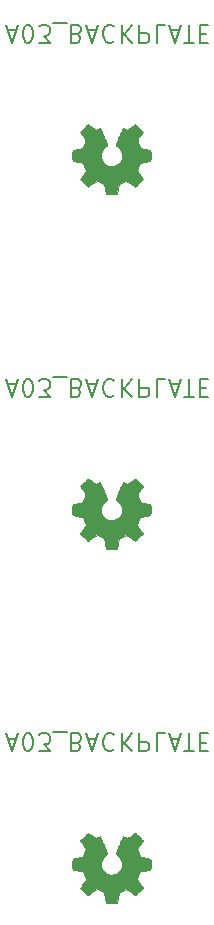
<source format=gbr>
G04 #@! TF.GenerationSoftware,KiCad,Pcbnew,5.1.5-52549c5~86~ubuntu18.04.1*
G04 #@! TF.CreationDate,2020-08-28T13:52:30-05:00*
G04 #@! TF.ProjectId,,58585858-5858-4585-9858-585858585858,rev?*
G04 #@! TF.SameCoordinates,Original*
G04 #@! TF.FileFunction,Legend,Bot*
G04 #@! TF.FilePolarity,Positive*
%FSLAX46Y46*%
G04 Gerber Fmt 4.6, Leading zero omitted, Abs format (unit mm)*
G04 Created by KiCad (PCBNEW 5.1.5-52549c5~86~ubuntu18.04.1) date 2020-08-28 13:52:30*
%MOMM*%
%LPD*%
G04 APERTURE LIST*
%ADD10C,0.150000*%
%ADD11C,0.010000*%
G04 APERTURE END LIST*
D10*
X106714400Y-125967800D02*
X107428685Y-125967800D01*
X106571542Y-125539228D02*
X107071542Y-127039228D01*
X107571542Y-125539228D01*
X108357257Y-127039228D02*
X108500114Y-127039228D01*
X108642971Y-126967800D01*
X108714400Y-126896371D01*
X108785828Y-126753514D01*
X108857257Y-126467800D01*
X108857257Y-126110657D01*
X108785828Y-125824942D01*
X108714400Y-125682085D01*
X108642971Y-125610657D01*
X108500114Y-125539228D01*
X108357257Y-125539228D01*
X108214400Y-125610657D01*
X108142971Y-125682085D01*
X108071542Y-125824942D01*
X108000114Y-126110657D01*
X108000114Y-126467800D01*
X108071542Y-126753514D01*
X108142971Y-126896371D01*
X108214400Y-126967800D01*
X108357257Y-127039228D01*
X109357257Y-127039228D02*
X110285828Y-127039228D01*
X109785828Y-126467800D01*
X110000114Y-126467800D01*
X110142971Y-126396371D01*
X110214400Y-126324942D01*
X110285828Y-126182085D01*
X110285828Y-125824942D01*
X110214400Y-125682085D01*
X110142971Y-125610657D01*
X110000114Y-125539228D01*
X109571542Y-125539228D01*
X109428685Y-125610657D01*
X109357257Y-125682085D01*
X110571542Y-125396371D02*
X111714400Y-125396371D01*
X112571542Y-126324942D02*
X112785828Y-126253514D01*
X112857257Y-126182085D01*
X112928685Y-126039228D01*
X112928685Y-125824942D01*
X112857257Y-125682085D01*
X112785828Y-125610657D01*
X112642971Y-125539228D01*
X112071542Y-125539228D01*
X112071542Y-127039228D01*
X112571542Y-127039228D01*
X112714400Y-126967800D01*
X112785828Y-126896371D01*
X112857257Y-126753514D01*
X112857257Y-126610657D01*
X112785828Y-126467800D01*
X112714400Y-126396371D01*
X112571542Y-126324942D01*
X112071542Y-126324942D01*
X113500114Y-125967800D02*
X114214400Y-125967800D01*
X113357257Y-125539228D02*
X113857257Y-127039228D01*
X114357257Y-125539228D01*
X115714400Y-125682085D02*
X115642971Y-125610657D01*
X115428685Y-125539228D01*
X115285828Y-125539228D01*
X115071542Y-125610657D01*
X114928685Y-125753514D01*
X114857257Y-125896371D01*
X114785828Y-126182085D01*
X114785828Y-126396371D01*
X114857257Y-126682085D01*
X114928685Y-126824942D01*
X115071542Y-126967800D01*
X115285828Y-127039228D01*
X115428685Y-127039228D01*
X115642971Y-126967800D01*
X115714400Y-126896371D01*
X116357257Y-125539228D02*
X116357257Y-127039228D01*
X117214400Y-125539228D02*
X116571542Y-126396371D01*
X117214400Y-127039228D02*
X116357257Y-126182085D01*
X117857257Y-125539228D02*
X117857257Y-127039228D01*
X118428685Y-127039228D01*
X118571542Y-126967800D01*
X118642971Y-126896371D01*
X118714400Y-126753514D01*
X118714400Y-126539228D01*
X118642971Y-126396371D01*
X118571542Y-126324942D01*
X118428685Y-126253514D01*
X117857257Y-126253514D01*
X120071542Y-125539228D02*
X119357257Y-125539228D01*
X119357257Y-127039228D01*
X120500114Y-125967800D02*
X121214400Y-125967800D01*
X120357257Y-125539228D02*
X120857257Y-127039228D01*
X121357257Y-125539228D01*
X121642971Y-127039228D02*
X122500114Y-127039228D01*
X122071542Y-125539228D02*
X122071542Y-127039228D01*
X123000114Y-126324942D02*
X123500114Y-126324942D01*
X123714400Y-125539228D02*
X123000114Y-125539228D01*
X123000114Y-127039228D01*
X123714400Y-127039228D01*
X106714400Y-95967800D02*
X107428685Y-95967800D01*
X106571542Y-95539228D02*
X107071542Y-97039228D01*
X107571542Y-95539228D01*
X108357257Y-97039228D02*
X108500114Y-97039228D01*
X108642971Y-96967800D01*
X108714400Y-96896371D01*
X108785828Y-96753514D01*
X108857257Y-96467800D01*
X108857257Y-96110657D01*
X108785828Y-95824942D01*
X108714400Y-95682085D01*
X108642971Y-95610657D01*
X108500114Y-95539228D01*
X108357257Y-95539228D01*
X108214400Y-95610657D01*
X108142971Y-95682085D01*
X108071542Y-95824942D01*
X108000114Y-96110657D01*
X108000114Y-96467800D01*
X108071542Y-96753514D01*
X108142971Y-96896371D01*
X108214400Y-96967800D01*
X108357257Y-97039228D01*
X109357257Y-97039228D02*
X110285828Y-97039228D01*
X109785828Y-96467800D01*
X110000114Y-96467800D01*
X110142971Y-96396371D01*
X110214400Y-96324942D01*
X110285828Y-96182085D01*
X110285828Y-95824942D01*
X110214400Y-95682085D01*
X110142971Y-95610657D01*
X110000114Y-95539228D01*
X109571542Y-95539228D01*
X109428685Y-95610657D01*
X109357257Y-95682085D01*
X110571542Y-95396371D02*
X111714400Y-95396371D01*
X112571542Y-96324942D02*
X112785828Y-96253514D01*
X112857257Y-96182085D01*
X112928685Y-96039228D01*
X112928685Y-95824942D01*
X112857257Y-95682085D01*
X112785828Y-95610657D01*
X112642971Y-95539228D01*
X112071542Y-95539228D01*
X112071542Y-97039228D01*
X112571542Y-97039228D01*
X112714400Y-96967800D01*
X112785828Y-96896371D01*
X112857257Y-96753514D01*
X112857257Y-96610657D01*
X112785828Y-96467800D01*
X112714400Y-96396371D01*
X112571542Y-96324942D01*
X112071542Y-96324942D01*
X113500114Y-95967800D02*
X114214400Y-95967800D01*
X113357257Y-95539228D02*
X113857257Y-97039228D01*
X114357257Y-95539228D01*
X115714400Y-95682085D02*
X115642971Y-95610657D01*
X115428685Y-95539228D01*
X115285828Y-95539228D01*
X115071542Y-95610657D01*
X114928685Y-95753514D01*
X114857257Y-95896371D01*
X114785828Y-96182085D01*
X114785828Y-96396371D01*
X114857257Y-96682085D01*
X114928685Y-96824942D01*
X115071542Y-96967800D01*
X115285828Y-97039228D01*
X115428685Y-97039228D01*
X115642971Y-96967800D01*
X115714400Y-96896371D01*
X116357257Y-95539228D02*
X116357257Y-97039228D01*
X117214400Y-95539228D02*
X116571542Y-96396371D01*
X117214400Y-97039228D02*
X116357257Y-96182085D01*
X117857257Y-95539228D02*
X117857257Y-97039228D01*
X118428685Y-97039228D01*
X118571542Y-96967800D01*
X118642971Y-96896371D01*
X118714400Y-96753514D01*
X118714400Y-96539228D01*
X118642971Y-96396371D01*
X118571542Y-96324942D01*
X118428685Y-96253514D01*
X117857257Y-96253514D01*
X120071542Y-95539228D02*
X119357257Y-95539228D01*
X119357257Y-97039228D01*
X120500114Y-95967800D02*
X121214400Y-95967800D01*
X120357257Y-95539228D02*
X120857257Y-97039228D01*
X121357257Y-95539228D01*
X121642971Y-97039228D02*
X122500114Y-97039228D01*
X122071542Y-95539228D02*
X122071542Y-97039228D01*
X123000114Y-96324942D02*
X123500114Y-96324942D01*
X123714400Y-95539228D02*
X123000114Y-95539228D01*
X123000114Y-97039228D01*
X123714400Y-97039228D01*
X106714400Y-65967800D02*
X107428685Y-65967800D01*
X106571542Y-65539228D02*
X107071542Y-67039228D01*
X107571542Y-65539228D01*
X108357257Y-67039228D02*
X108500114Y-67039228D01*
X108642971Y-66967800D01*
X108714400Y-66896371D01*
X108785828Y-66753514D01*
X108857257Y-66467800D01*
X108857257Y-66110657D01*
X108785828Y-65824942D01*
X108714400Y-65682085D01*
X108642971Y-65610657D01*
X108500114Y-65539228D01*
X108357257Y-65539228D01*
X108214400Y-65610657D01*
X108142971Y-65682085D01*
X108071542Y-65824942D01*
X108000114Y-66110657D01*
X108000114Y-66467800D01*
X108071542Y-66753514D01*
X108142971Y-66896371D01*
X108214400Y-66967800D01*
X108357257Y-67039228D01*
X109357257Y-67039228D02*
X110285828Y-67039228D01*
X109785828Y-66467800D01*
X110000114Y-66467800D01*
X110142971Y-66396371D01*
X110214400Y-66324942D01*
X110285828Y-66182085D01*
X110285828Y-65824942D01*
X110214400Y-65682085D01*
X110142971Y-65610657D01*
X110000114Y-65539228D01*
X109571542Y-65539228D01*
X109428685Y-65610657D01*
X109357257Y-65682085D01*
X110571542Y-65396371D02*
X111714400Y-65396371D01*
X112571542Y-66324942D02*
X112785828Y-66253514D01*
X112857257Y-66182085D01*
X112928685Y-66039228D01*
X112928685Y-65824942D01*
X112857257Y-65682085D01*
X112785828Y-65610657D01*
X112642971Y-65539228D01*
X112071542Y-65539228D01*
X112071542Y-67039228D01*
X112571542Y-67039228D01*
X112714400Y-66967800D01*
X112785828Y-66896371D01*
X112857257Y-66753514D01*
X112857257Y-66610657D01*
X112785828Y-66467800D01*
X112714400Y-66396371D01*
X112571542Y-66324942D01*
X112071542Y-66324942D01*
X113500114Y-65967800D02*
X114214400Y-65967800D01*
X113357257Y-65539228D02*
X113857257Y-67039228D01*
X114357257Y-65539228D01*
X115714400Y-65682085D02*
X115642971Y-65610657D01*
X115428685Y-65539228D01*
X115285828Y-65539228D01*
X115071542Y-65610657D01*
X114928685Y-65753514D01*
X114857257Y-65896371D01*
X114785828Y-66182085D01*
X114785828Y-66396371D01*
X114857257Y-66682085D01*
X114928685Y-66824942D01*
X115071542Y-66967800D01*
X115285828Y-67039228D01*
X115428685Y-67039228D01*
X115642971Y-66967800D01*
X115714400Y-66896371D01*
X116357257Y-65539228D02*
X116357257Y-67039228D01*
X117214400Y-65539228D02*
X116571542Y-66396371D01*
X117214400Y-67039228D02*
X116357257Y-66182085D01*
X117857257Y-65539228D02*
X117857257Y-67039228D01*
X118428685Y-67039228D01*
X118571542Y-66967800D01*
X118642971Y-66896371D01*
X118714400Y-66753514D01*
X118714400Y-66539228D01*
X118642971Y-66396371D01*
X118571542Y-66324942D01*
X118428685Y-66253514D01*
X117857257Y-66253514D01*
X120071542Y-65539228D02*
X119357257Y-65539228D01*
X119357257Y-67039228D01*
X120500114Y-65967800D02*
X121214400Y-65967800D01*
X120357257Y-65539228D02*
X120857257Y-67039228D01*
X121357257Y-65539228D01*
X121642971Y-67039228D02*
X122500114Y-67039228D01*
X122071542Y-65539228D02*
X122071542Y-67039228D01*
X123000114Y-66324942D02*
X123500114Y-66324942D01*
X123714400Y-65539228D02*
X123000114Y-65539228D01*
X123000114Y-67039228D01*
X123714400Y-67039228D01*
D11*
G36*
X116049614Y-139442269D02*
G01*
X116133435Y-138997645D01*
X116442720Y-138870147D01*
X116752006Y-138742649D01*
X117123046Y-138994954D01*
X117226957Y-139065204D01*
X117320887Y-139127928D01*
X117400452Y-139180262D01*
X117461270Y-139219343D01*
X117498957Y-139242307D01*
X117509221Y-139247258D01*
X117527710Y-139234524D01*
X117567220Y-139199318D01*
X117623322Y-139146138D01*
X117691587Y-139079482D01*
X117767586Y-139003846D01*
X117846892Y-138923728D01*
X117925075Y-138843626D01*
X117997707Y-138768036D01*
X118060359Y-138701455D01*
X118108603Y-138648382D01*
X118138010Y-138613313D01*
X118145041Y-138601577D01*
X118134923Y-138579940D01*
X118106559Y-138532538D01*
X118062929Y-138464007D01*
X118007018Y-138378985D01*
X117941806Y-138282107D01*
X117904019Y-138226850D01*
X117835143Y-138125952D01*
X117773940Y-138034901D01*
X117723378Y-137958230D01*
X117686428Y-137900472D01*
X117666058Y-137866157D01*
X117662997Y-137858946D01*
X117669936Y-137838452D01*
X117688851Y-137790687D01*
X117716887Y-137722368D01*
X117751191Y-137640211D01*
X117788909Y-137550930D01*
X117827187Y-137461242D01*
X117863170Y-137377862D01*
X117894006Y-137307506D01*
X117916839Y-137256890D01*
X117928817Y-137232729D01*
X117929524Y-137231778D01*
X117948331Y-137227164D01*
X117998418Y-137216872D01*
X118074593Y-137201913D01*
X118171665Y-137183299D01*
X118284443Y-137162041D01*
X118350242Y-137149782D01*
X118470750Y-137126838D01*
X118579597Y-137105005D01*
X118671276Y-137085478D01*
X118740281Y-137069452D01*
X118781104Y-137058121D01*
X118789311Y-137054526D01*
X118797348Y-137030194D01*
X118803833Y-136975241D01*
X118808770Y-136896092D01*
X118812164Y-136799174D01*
X118814018Y-136690913D01*
X118814338Y-136577735D01*
X118813127Y-136466065D01*
X118810390Y-136362332D01*
X118806131Y-136272959D01*
X118800355Y-136204374D01*
X118793067Y-136163003D01*
X118788695Y-136154390D01*
X118762564Y-136144067D01*
X118707193Y-136129308D01*
X118629907Y-136111848D01*
X118538030Y-136093420D01*
X118505958Y-136087459D01*
X118351324Y-136059134D01*
X118229175Y-136036324D01*
X118135473Y-136018120D01*
X118066184Y-136003617D01*
X118017271Y-135991908D01*
X117984697Y-135982085D01*
X117964428Y-135973244D01*
X117952426Y-135964476D01*
X117950747Y-135962743D01*
X117933984Y-135934829D01*
X117908414Y-135880505D01*
X117876588Y-135806423D01*
X117841060Y-135719235D01*
X117804383Y-135625592D01*
X117769111Y-135532148D01*
X117737796Y-135445553D01*
X117712993Y-135372460D01*
X117697254Y-135319522D01*
X117693132Y-135293389D01*
X117693476Y-135292474D01*
X117707441Y-135271114D01*
X117739122Y-135224116D01*
X117785191Y-135156373D01*
X117842318Y-135072777D01*
X117907173Y-134978218D01*
X117925643Y-134951346D01*
X117991499Y-134853925D01*
X118049450Y-134765037D01*
X118096338Y-134689788D01*
X118129007Y-134633280D01*
X118144300Y-134600619D01*
X118145041Y-134596607D01*
X118132192Y-134575516D01*
X118096688Y-134533736D01*
X118043093Y-134475755D01*
X117975971Y-134406065D01*
X117899887Y-134329155D01*
X117819404Y-134249517D01*
X117739087Y-134171639D01*
X117663499Y-134100014D01*
X117597205Y-134039130D01*
X117544769Y-133993479D01*
X117510755Y-133967550D01*
X117501345Y-133963317D01*
X117479443Y-133973288D01*
X117434600Y-134000180D01*
X117374121Y-134039464D01*
X117327589Y-134071083D01*
X117243275Y-134129102D01*
X117143426Y-134197416D01*
X117043273Y-134265621D01*
X116989427Y-134302125D01*
X116807171Y-134425400D01*
X116654181Y-134342680D01*
X116584482Y-134306441D01*
X116525214Y-134278274D01*
X116485111Y-134262209D01*
X116474903Y-134259974D01*
X116462629Y-134276478D01*
X116438413Y-134323118D01*
X116404063Y-134395591D01*
X116361388Y-134489594D01*
X116312194Y-134600826D01*
X116258290Y-134724985D01*
X116201484Y-134857768D01*
X116143582Y-134994873D01*
X116086393Y-135131998D01*
X116031724Y-135264842D01*
X115981384Y-135389102D01*
X115937180Y-135500475D01*
X115900919Y-135594661D01*
X115874409Y-135667356D01*
X115859458Y-135714259D01*
X115857054Y-135730367D01*
X115876111Y-135750914D01*
X115917836Y-135784267D01*
X115973506Y-135823498D01*
X115978178Y-135826601D01*
X116122064Y-135941777D01*
X116238083Y-136076147D01*
X116325230Y-136225416D01*
X116382499Y-136385287D01*
X116408886Y-136551463D01*
X116403385Y-136719648D01*
X116364990Y-136885545D01*
X116292695Y-137044858D01*
X116271426Y-137079713D01*
X116160796Y-137220463D01*
X116030102Y-137333486D01*
X115883864Y-137418197D01*
X115726608Y-137474006D01*
X115562857Y-137500326D01*
X115397133Y-137496570D01*
X115233962Y-137462150D01*
X115077865Y-137396477D01*
X114933367Y-137298965D01*
X114888669Y-137259387D01*
X114774912Y-137135497D01*
X114692018Y-137005076D01*
X114635156Y-136858885D01*
X114603487Y-136714112D01*
X114595669Y-136551340D01*
X114621738Y-136387760D01*
X114679045Y-136228902D01*
X114764944Y-136080294D01*
X114876786Y-135947465D01*
X115011923Y-135835944D01*
X115029683Y-135824189D01*
X115085950Y-135785692D01*
X115128723Y-135752337D01*
X115149172Y-135731040D01*
X115149469Y-135730367D01*
X115145079Y-135707329D01*
X115127676Y-135655043D01*
X115099068Y-135577810D01*
X115061065Y-135479932D01*
X115015474Y-135365709D01*
X114964103Y-135239442D01*
X114908762Y-135105433D01*
X114851258Y-134967982D01*
X114793401Y-134831392D01*
X114736998Y-134699963D01*
X114683858Y-134577995D01*
X114635790Y-134469791D01*
X114594601Y-134379651D01*
X114562101Y-134311877D01*
X114540097Y-134270770D01*
X114531236Y-134259974D01*
X114504160Y-134268381D01*
X114453497Y-134290928D01*
X114387983Y-134323587D01*
X114351959Y-134342680D01*
X114198968Y-134425400D01*
X114016712Y-134302125D01*
X113923675Y-134238972D01*
X113821815Y-134169473D01*
X113726362Y-134104035D01*
X113678550Y-134071083D01*
X113611305Y-134025927D01*
X113554364Y-133990143D01*
X113515154Y-133968262D01*
X113502419Y-133963637D01*
X113483883Y-133976115D01*
X113442859Y-134010948D01*
X113383325Y-134064522D01*
X113309258Y-134133217D01*
X113224635Y-134213419D01*
X113171115Y-134264914D01*
X113077481Y-134356914D01*
X112996559Y-134439201D01*
X112931623Y-134508255D01*
X112885942Y-134560556D01*
X112862789Y-134592584D01*
X112860568Y-134599084D01*
X112870876Y-134623806D01*
X112899361Y-134673795D01*
X112942863Y-134743988D01*
X112998223Y-134829325D01*
X113062280Y-134924744D01*
X113080497Y-134951346D01*
X113146873Y-135048033D01*
X113206422Y-135135083D01*
X113255816Y-135207605D01*
X113291725Y-135260707D01*
X113310819Y-135289497D01*
X113312664Y-135292474D01*
X113309905Y-135315418D01*
X113295262Y-135365864D01*
X113271287Y-135437159D01*
X113240534Y-135522653D01*
X113205556Y-135615693D01*
X113168907Y-135709626D01*
X113133139Y-135797801D01*
X113100806Y-135873566D01*
X113074462Y-135930269D01*
X113056658Y-135961257D01*
X113055393Y-135962743D01*
X113044506Y-135971599D01*
X113026118Y-135980357D01*
X112996194Y-135989923D01*
X112950697Y-136001204D01*
X112885591Y-136015107D01*
X112796839Y-136032537D01*
X112680407Y-136054402D01*
X112532258Y-136081609D01*
X112500182Y-136087459D01*
X112405114Y-136105826D01*
X112322235Y-136123795D01*
X112258870Y-136139631D01*
X112222342Y-136151600D01*
X112217444Y-136154390D01*
X112209373Y-136179128D01*
X112202813Y-136234410D01*
X112197767Y-136313811D01*
X112194241Y-136410904D01*
X112192239Y-136519262D01*
X112191764Y-136632460D01*
X112192823Y-136744072D01*
X112195418Y-136847671D01*
X112199554Y-136936832D01*
X112205237Y-137005128D01*
X112212469Y-137046134D01*
X112216829Y-137054526D01*
X112241102Y-137062992D01*
X112296374Y-137076765D01*
X112377138Y-137094650D01*
X112477888Y-137115452D01*
X112593117Y-137137977D01*
X112655898Y-137149782D01*
X112775013Y-137172049D01*
X112881235Y-137192221D01*
X112969373Y-137209285D01*
X113034234Y-137222231D01*
X113070626Y-137230045D01*
X113076616Y-137231778D01*
X113086739Y-137251310D01*
X113108138Y-137298357D01*
X113137961Y-137366197D01*
X113173355Y-137448109D01*
X113211468Y-137537372D01*
X113249447Y-137627265D01*
X113284440Y-137711065D01*
X113313594Y-137782053D01*
X113334057Y-137833506D01*
X113342977Y-137858703D01*
X113343143Y-137859804D01*
X113333031Y-137879681D01*
X113304683Y-137925423D01*
X113261077Y-137992483D01*
X113205194Y-138076316D01*
X113140013Y-138172374D01*
X113102121Y-138227550D01*
X113033075Y-138328719D01*
X112971750Y-138420570D01*
X112921137Y-138498456D01*
X112884229Y-138557731D01*
X112864018Y-138593749D01*
X112861099Y-138601823D01*
X112873647Y-138620616D01*
X112908337Y-138660743D01*
X112960737Y-138717707D01*
X113026416Y-138787015D01*
X113100944Y-138864169D01*
X113179887Y-138944675D01*
X113258817Y-139024037D01*
X113333300Y-139097760D01*
X113398906Y-139161348D01*
X113451204Y-139210306D01*
X113485761Y-139240139D01*
X113497322Y-139247258D01*
X113516146Y-139237247D01*
X113561169Y-139209122D01*
X113628013Y-139165746D01*
X113712301Y-139109982D01*
X113809656Y-139044694D01*
X113883093Y-138994954D01*
X114254133Y-138742649D01*
X114872705Y-138997645D01*
X114956525Y-139442269D01*
X115040346Y-139886893D01*
X115965794Y-139886893D01*
X116049614Y-139442269D01*
G37*
X116049614Y-139442269D02*
X116133435Y-138997645D01*
X116442720Y-138870147D01*
X116752006Y-138742649D01*
X117123046Y-138994954D01*
X117226957Y-139065204D01*
X117320887Y-139127928D01*
X117400452Y-139180262D01*
X117461270Y-139219343D01*
X117498957Y-139242307D01*
X117509221Y-139247258D01*
X117527710Y-139234524D01*
X117567220Y-139199318D01*
X117623322Y-139146138D01*
X117691587Y-139079482D01*
X117767586Y-139003846D01*
X117846892Y-138923728D01*
X117925075Y-138843626D01*
X117997707Y-138768036D01*
X118060359Y-138701455D01*
X118108603Y-138648382D01*
X118138010Y-138613313D01*
X118145041Y-138601577D01*
X118134923Y-138579940D01*
X118106559Y-138532538D01*
X118062929Y-138464007D01*
X118007018Y-138378985D01*
X117941806Y-138282107D01*
X117904019Y-138226850D01*
X117835143Y-138125952D01*
X117773940Y-138034901D01*
X117723378Y-137958230D01*
X117686428Y-137900472D01*
X117666058Y-137866157D01*
X117662997Y-137858946D01*
X117669936Y-137838452D01*
X117688851Y-137790687D01*
X117716887Y-137722368D01*
X117751191Y-137640211D01*
X117788909Y-137550930D01*
X117827187Y-137461242D01*
X117863170Y-137377862D01*
X117894006Y-137307506D01*
X117916839Y-137256890D01*
X117928817Y-137232729D01*
X117929524Y-137231778D01*
X117948331Y-137227164D01*
X117998418Y-137216872D01*
X118074593Y-137201913D01*
X118171665Y-137183299D01*
X118284443Y-137162041D01*
X118350242Y-137149782D01*
X118470750Y-137126838D01*
X118579597Y-137105005D01*
X118671276Y-137085478D01*
X118740281Y-137069452D01*
X118781104Y-137058121D01*
X118789311Y-137054526D01*
X118797348Y-137030194D01*
X118803833Y-136975241D01*
X118808770Y-136896092D01*
X118812164Y-136799174D01*
X118814018Y-136690913D01*
X118814338Y-136577735D01*
X118813127Y-136466065D01*
X118810390Y-136362332D01*
X118806131Y-136272959D01*
X118800355Y-136204374D01*
X118793067Y-136163003D01*
X118788695Y-136154390D01*
X118762564Y-136144067D01*
X118707193Y-136129308D01*
X118629907Y-136111848D01*
X118538030Y-136093420D01*
X118505958Y-136087459D01*
X118351324Y-136059134D01*
X118229175Y-136036324D01*
X118135473Y-136018120D01*
X118066184Y-136003617D01*
X118017271Y-135991908D01*
X117984697Y-135982085D01*
X117964428Y-135973244D01*
X117952426Y-135964476D01*
X117950747Y-135962743D01*
X117933984Y-135934829D01*
X117908414Y-135880505D01*
X117876588Y-135806423D01*
X117841060Y-135719235D01*
X117804383Y-135625592D01*
X117769111Y-135532148D01*
X117737796Y-135445553D01*
X117712993Y-135372460D01*
X117697254Y-135319522D01*
X117693132Y-135293389D01*
X117693476Y-135292474D01*
X117707441Y-135271114D01*
X117739122Y-135224116D01*
X117785191Y-135156373D01*
X117842318Y-135072777D01*
X117907173Y-134978218D01*
X117925643Y-134951346D01*
X117991499Y-134853925D01*
X118049450Y-134765037D01*
X118096338Y-134689788D01*
X118129007Y-134633280D01*
X118144300Y-134600619D01*
X118145041Y-134596607D01*
X118132192Y-134575516D01*
X118096688Y-134533736D01*
X118043093Y-134475755D01*
X117975971Y-134406065D01*
X117899887Y-134329155D01*
X117819404Y-134249517D01*
X117739087Y-134171639D01*
X117663499Y-134100014D01*
X117597205Y-134039130D01*
X117544769Y-133993479D01*
X117510755Y-133967550D01*
X117501345Y-133963317D01*
X117479443Y-133973288D01*
X117434600Y-134000180D01*
X117374121Y-134039464D01*
X117327589Y-134071083D01*
X117243275Y-134129102D01*
X117143426Y-134197416D01*
X117043273Y-134265621D01*
X116989427Y-134302125D01*
X116807171Y-134425400D01*
X116654181Y-134342680D01*
X116584482Y-134306441D01*
X116525214Y-134278274D01*
X116485111Y-134262209D01*
X116474903Y-134259974D01*
X116462629Y-134276478D01*
X116438413Y-134323118D01*
X116404063Y-134395591D01*
X116361388Y-134489594D01*
X116312194Y-134600826D01*
X116258290Y-134724985D01*
X116201484Y-134857768D01*
X116143582Y-134994873D01*
X116086393Y-135131998D01*
X116031724Y-135264842D01*
X115981384Y-135389102D01*
X115937180Y-135500475D01*
X115900919Y-135594661D01*
X115874409Y-135667356D01*
X115859458Y-135714259D01*
X115857054Y-135730367D01*
X115876111Y-135750914D01*
X115917836Y-135784267D01*
X115973506Y-135823498D01*
X115978178Y-135826601D01*
X116122064Y-135941777D01*
X116238083Y-136076147D01*
X116325230Y-136225416D01*
X116382499Y-136385287D01*
X116408886Y-136551463D01*
X116403385Y-136719648D01*
X116364990Y-136885545D01*
X116292695Y-137044858D01*
X116271426Y-137079713D01*
X116160796Y-137220463D01*
X116030102Y-137333486D01*
X115883864Y-137418197D01*
X115726608Y-137474006D01*
X115562857Y-137500326D01*
X115397133Y-137496570D01*
X115233962Y-137462150D01*
X115077865Y-137396477D01*
X114933367Y-137298965D01*
X114888669Y-137259387D01*
X114774912Y-137135497D01*
X114692018Y-137005076D01*
X114635156Y-136858885D01*
X114603487Y-136714112D01*
X114595669Y-136551340D01*
X114621738Y-136387760D01*
X114679045Y-136228902D01*
X114764944Y-136080294D01*
X114876786Y-135947465D01*
X115011923Y-135835944D01*
X115029683Y-135824189D01*
X115085950Y-135785692D01*
X115128723Y-135752337D01*
X115149172Y-135731040D01*
X115149469Y-135730367D01*
X115145079Y-135707329D01*
X115127676Y-135655043D01*
X115099068Y-135577810D01*
X115061065Y-135479932D01*
X115015474Y-135365709D01*
X114964103Y-135239442D01*
X114908762Y-135105433D01*
X114851258Y-134967982D01*
X114793401Y-134831392D01*
X114736998Y-134699963D01*
X114683858Y-134577995D01*
X114635790Y-134469791D01*
X114594601Y-134379651D01*
X114562101Y-134311877D01*
X114540097Y-134270770D01*
X114531236Y-134259974D01*
X114504160Y-134268381D01*
X114453497Y-134290928D01*
X114387983Y-134323587D01*
X114351959Y-134342680D01*
X114198968Y-134425400D01*
X114016712Y-134302125D01*
X113923675Y-134238972D01*
X113821815Y-134169473D01*
X113726362Y-134104035D01*
X113678550Y-134071083D01*
X113611305Y-134025927D01*
X113554364Y-133990143D01*
X113515154Y-133968262D01*
X113502419Y-133963637D01*
X113483883Y-133976115D01*
X113442859Y-134010948D01*
X113383325Y-134064522D01*
X113309258Y-134133217D01*
X113224635Y-134213419D01*
X113171115Y-134264914D01*
X113077481Y-134356914D01*
X112996559Y-134439201D01*
X112931623Y-134508255D01*
X112885942Y-134560556D01*
X112862789Y-134592584D01*
X112860568Y-134599084D01*
X112870876Y-134623806D01*
X112899361Y-134673795D01*
X112942863Y-134743988D01*
X112998223Y-134829325D01*
X113062280Y-134924744D01*
X113080497Y-134951346D01*
X113146873Y-135048033D01*
X113206422Y-135135083D01*
X113255816Y-135207605D01*
X113291725Y-135260707D01*
X113310819Y-135289497D01*
X113312664Y-135292474D01*
X113309905Y-135315418D01*
X113295262Y-135365864D01*
X113271287Y-135437159D01*
X113240534Y-135522653D01*
X113205556Y-135615693D01*
X113168907Y-135709626D01*
X113133139Y-135797801D01*
X113100806Y-135873566D01*
X113074462Y-135930269D01*
X113056658Y-135961257D01*
X113055393Y-135962743D01*
X113044506Y-135971599D01*
X113026118Y-135980357D01*
X112996194Y-135989923D01*
X112950697Y-136001204D01*
X112885591Y-136015107D01*
X112796839Y-136032537D01*
X112680407Y-136054402D01*
X112532258Y-136081609D01*
X112500182Y-136087459D01*
X112405114Y-136105826D01*
X112322235Y-136123795D01*
X112258870Y-136139631D01*
X112222342Y-136151600D01*
X112217444Y-136154390D01*
X112209373Y-136179128D01*
X112202813Y-136234410D01*
X112197767Y-136313811D01*
X112194241Y-136410904D01*
X112192239Y-136519262D01*
X112191764Y-136632460D01*
X112192823Y-136744072D01*
X112195418Y-136847671D01*
X112199554Y-136936832D01*
X112205237Y-137005128D01*
X112212469Y-137046134D01*
X112216829Y-137054526D01*
X112241102Y-137062992D01*
X112296374Y-137076765D01*
X112377138Y-137094650D01*
X112477888Y-137115452D01*
X112593117Y-137137977D01*
X112655898Y-137149782D01*
X112775013Y-137172049D01*
X112881235Y-137192221D01*
X112969373Y-137209285D01*
X113034234Y-137222231D01*
X113070626Y-137230045D01*
X113076616Y-137231778D01*
X113086739Y-137251310D01*
X113108138Y-137298357D01*
X113137961Y-137366197D01*
X113173355Y-137448109D01*
X113211468Y-137537372D01*
X113249447Y-137627265D01*
X113284440Y-137711065D01*
X113313594Y-137782053D01*
X113334057Y-137833506D01*
X113342977Y-137858703D01*
X113343143Y-137859804D01*
X113333031Y-137879681D01*
X113304683Y-137925423D01*
X113261077Y-137992483D01*
X113205194Y-138076316D01*
X113140013Y-138172374D01*
X113102121Y-138227550D01*
X113033075Y-138328719D01*
X112971750Y-138420570D01*
X112921137Y-138498456D01*
X112884229Y-138557731D01*
X112864018Y-138593749D01*
X112861099Y-138601823D01*
X112873647Y-138620616D01*
X112908337Y-138660743D01*
X112960737Y-138717707D01*
X113026416Y-138787015D01*
X113100944Y-138864169D01*
X113179887Y-138944675D01*
X113258817Y-139024037D01*
X113333300Y-139097760D01*
X113398906Y-139161348D01*
X113451204Y-139210306D01*
X113485761Y-139240139D01*
X113497322Y-139247258D01*
X113516146Y-139237247D01*
X113561169Y-139209122D01*
X113628013Y-139165746D01*
X113712301Y-139109982D01*
X113809656Y-139044694D01*
X113883093Y-138994954D01*
X114254133Y-138742649D01*
X114872705Y-138997645D01*
X114956525Y-139442269D01*
X115040346Y-139886893D01*
X115965794Y-139886893D01*
X116049614Y-139442269D01*
G36*
X116049614Y-109442269D02*
G01*
X116133435Y-108997645D01*
X116442720Y-108870147D01*
X116752006Y-108742649D01*
X117123046Y-108994954D01*
X117226957Y-109065204D01*
X117320887Y-109127928D01*
X117400452Y-109180262D01*
X117461270Y-109219343D01*
X117498957Y-109242307D01*
X117509221Y-109247258D01*
X117527710Y-109234524D01*
X117567220Y-109199318D01*
X117623322Y-109146138D01*
X117691587Y-109079482D01*
X117767586Y-109003846D01*
X117846892Y-108923728D01*
X117925075Y-108843626D01*
X117997707Y-108768036D01*
X118060359Y-108701455D01*
X118108603Y-108648382D01*
X118138010Y-108613313D01*
X118145041Y-108601577D01*
X118134923Y-108579940D01*
X118106559Y-108532538D01*
X118062929Y-108464007D01*
X118007018Y-108378985D01*
X117941806Y-108282107D01*
X117904019Y-108226850D01*
X117835143Y-108125952D01*
X117773940Y-108034901D01*
X117723378Y-107958230D01*
X117686428Y-107900472D01*
X117666058Y-107866157D01*
X117662997Y-107858946D01*
X117669936Y-107838452D01*
X117688851Y-107790687D01*
X117716887Y-107722368D01*
X117751191Y-107640211D01*
X117788909Y-107550930D01*
X117827187Y-107461242D01*
X117863170Y-107377862D01*
X117894006Y-107307506D01*
X117916839Y-107256890D01*
X117928817Y-107232729D01*
X117929524Y-107231778D01*
X117948331Y-107227164D01*
X117998418Y-107216872D01*
X118074593Y-107201913D01*
X118171665Y-107183299D01*
X118284443Y-107162041D01*
X118350242Y-107149782D01*
X118470750Y-107126838D01*
X118579597Y-107105005D01*
X118671276Y-107085478D01*
X118740281Y-107069452D01*
X118781104Y-107058121D01*
X118789311Y-107054526D01*
X118797348Y-107030194D01*
X118803833Y-106975241D01*
X118808770Y-106896092D01*
X118812164Y-106799174D01*
X118814018Y-106690913D01*
X118814338Y-106577735D01*
X118813127Y-106466065D01*
X118810390Y-106362332D01*
X118806131Y-106272959D01*
X118800355Y-106204374D01*
X118793067Y-106163003D01*
X118788695Y-106154390D01*
X118762564Y-106144067D01*
X118707193Y-106129308D01*
X118629907Y-106111848D01*
X118538030Y-106093420D01*
X118505958Y-106087459D01*
X118351324Y-106059134D01*
X118229175Y-106036324D01*
X118135473Y-106018120D01*
X118066184Y-106003617D01*
X118017271Y-105991908D01*
X117984697Y-105982085D01*
X117964428Y-105973244D01*
X117952426Y-105964476D01*
X117950747Y-105962743D01*
X117933984Y-105934829D01*
X117908414Y-105880505D01*
X117876588Y-105806423D01*
X117841060Y-105719235D01*
X117804383Y-105625592D01*
X117769111Y-105532148D01*
X117737796Y-105445553D01*
X117712993Y-105372460D01*
X117697254Y-105319522D01*
X117693132Y-105293389D01*
X117693476Y-105292474D01*
X117707441Y-105271114D01*
X117739122Y-105224116D01*
X117785191Y-105156373D01*
X117842318Y-105072777D01*
X117907173Y-104978218D01*
X117925643Y-104951346D01*
X117991499Y-104853925D01*
X118049450Y-104765037D01*
X118096338Y-104689788D01*
X118129007Y-104633280D01*
X118144300Y-104600619D01*
X118145041Y-104596607D01*
X118132192Y-104575516D01*
X118096688Y-104533736D01*
X118043093Y-104475755D01*
X117975971Y-104406065D01*
X117899887Y-104329155D01*
X117819404Y-104249517D01*
X117739087Y-104171639D01*
X117663499Y-104100014D01*
X117597205Y-104039130D01*
X117544769Y-103993479D01*
X117510755Y-103967550D01*
X117501345Y-103963317D01*
X117479443Y-103973288D01*
X117434600Y-104000180D01*
X117374121Y-104039464D01*
X117327589Y-104071083D01*
X117243275Y-104129102D01*
X117143426Y-104197416D01*
X117043273Y-104265621D01*
X116989427Y-104302125D01*
X116807171Y-104425400D01*
X116654181Y-104342680D01*
X116584482Y-104306441D01*
X116525214Y-104278274D01*
X116485111Y-104262209D01*
X116474903Y-104259974D01*
X116462629Y-104276478D01*
X116438413Y-104323118D01*
X116404063Y-104395591D01*
X116361388Y-104489594D01*
X116312194Y-104600826D01*
X116258290Y-104724985D01*
X116201484Y-104857768D01*
X116143582Y-104994873D01*
X116086393Y-105131998D01*
X116031724Y-105264842D01*
X115981384Y-105389102D01*
X115937180Y-105500475D01*
X115900919Y-105594661D01*
X115874409Y-105667356D01*
X115859458Y-105714259D01*
X115857054Y-105730367D01*
X115876111Y-105750914D01*
X115917836Y-105784267D01*
X115973506Y-105823498D01*
X115978178Y-105826601D01*
X116122064Y-105941777D01*
X116238083Y-106076147D01*
X116325230Y-106225416D01*
X116382499Y-106385287D01*
X116408886Y-106551463D01*
X116403385Y-106719648D01*
X116364990Y-106885545D01*
X116292695Y-107044858D01*
X116271426Y-107079713D01*
X116160796Y-107220463D01*
X116030102Y-107333486D01*
X115883864Y-107418197D01*
X115726608Y-107474006D01*
X115562857Y-107500326D01*
X115397133Y-107496570D01*
X115233962Y-107462150D01*
X115077865Y-107396477D01*
X114933367Y-107298965D01*
X114888669Y-107259387D01*
X114774912Y-107135497D01*
X114692018Y-107005076D01*
X114635156Y-106858885D01*
X114603487Y-106714112D01*
X114595669Y-106551340D01*
X114621738Y-106387760D01*
X114679045Y-106228902D01*
X114764944Y-106080294D01*
X114876786Y-105947465D01*
X115011923Y-105835944D01*
X115029683Y-105824189D01*
X115085950Y-105785692D01*
X115128723Y-105752337D01*
X115149172Y-105731040D01*
X115149469Y-105730367D01*
X115145079Y-105707329D01*
X115127676Y-105655043D01*
X115099068Y-105577810D01*
X115061065Y-105479932D01*
X115015474Y-105365709D01*
X114964103Y-105239442D01*
X114908762Y-105105433D01*
X114851258Y-104967982D01*
X114793401Y-104831392D01*
X114736998Y-104699963D01*
X114683858Y-104577995D01*
X114635790Y-104469791D01*
X114594601Y-104379651D01*
X114562101Y-104311877D01*
X114540097Y-104270770D01*
X114531236Y-104259974D01*
X114504160Y-104268381D01*
X114453497Y-104290928D01*
X114387983Y-104323587D01*
X114351959Y-104342680D01*
X114198968Y-104425400D01*
X114016712Y-104302125D01*
X113923675Y-104238972D01*
X113821815Y-104169473D01*
X113726362Y-104104035D01*
X113678550Y-104071083D01*
X113611305Y-104025927D01*
X113554364Y-103990143D01*
X113515154Y-103968262D01*
X113502419Y-103963637D01*
X113483883Y-103976115D01*
X113442859Y-104010948D01*
X113383325Y-104064522D01*
X113309258Y-104133217D01*
X113224635Y-104213419D01*
X113171115Y-104264914D01*
X113077481Y-104356914D01*
X112996559Y-104439201D01*
X112931623Y-104508255D01*
X112885942Y-104560556D01*
X112862789Y-104592584D01*
X112860568Y-104599084D01*
X112870876Y-104623806D01*
X112899361Y-104673795D01*
X112942863Y-104743988D01*
X112998223Y-104829325D01*
X113062280Y-104924744D01*
X113080497Y-104951346D01*
X113146873Y-105048033D01*
X113206422Y-105135083D01*
X113255816Y-105207605D01*
X113291725Y-105260707D01*
X113310819Y-105289497D01*
X113312664Y-105292474D01*
X113309905Y-105315418D01*
X113295262Y-105365864D01*
X113271287Y-105437159D01*
X113240534Y-105522653D01*
X113205556Y-105615693D01*
X113168907Y-105709626D01*
X113133139Y-105797801D01*
X113100806Y-105873566D01*
X113074462Y-105930269D01*
X113056658Y-105961257D01*
X113055393Y-105962743D01*
X113044506Y-105971599D01*
X113026118Y-105980357D01*
X112996194Y-105989923D01*
X112950697Y-106001204D01*
X112885591Y-106015107D01*
X112796839Y-106032537D01*
X112680407Y-106054402D01*
X112532258Y-106081609D01*
X112500182Y-106087459D01*
X112405114Y-106105826D01*
X112322235Y-106123795D01*
X112258870Y-106139631D01*
X112222342Y-106151600D01*
X112217444Y-106154390D01*
X112209373Y-106179128D01*
X112202813Y-106234410D01*
X112197767Y-106313811D01*
X112194241Y-106410904D01*
X112192239Y-106519262D01*
X112191764Y-106632460D01*
X112192823Y-106744072D01*
X112195418Y-106847671D01*
X112199554Y-106936832D01*
X112205237Y-107005128D01*
X112212469Y-107046134D01*
X112216829Y-107054526D01*
X112241102Y-107062992D01*
X112296374Y-107076765D01*
X112377138Y-107094650D01*
X112477888Y-107115452D01*
X112593117Y-107137977D01*
X112655898Y-107149782D01*
X112775013Y-107172049D01*
X112881235Y-107192221D01*
X112969373Y-107209285D01*
X113034234Y-107222231D01*
X113070626Y-107230045D01*
X113076616Y-107231778D01*
X113086739Y-107251310D01*
X113108138Y-107298357D01*
X113137961Y-107366197D01*
X113173355Y-107448109D01*
X113211468Y-107537372D01*
X113249447Y-107627265D01*
X113284440Y-107711065D01*
X113313594Y-107782053D01*
X113334057Y-107833506D01*
X113342977Y-107858703D01*
X113343143Y-107859804D01*
X113333031Y-107879681D01*
X113304683Y-107925423D01*
X113261077Y-107992483D01*
X113205194Y-108076316D01*
X113140013Y-108172374D01*
X113102121Y-108227550D01*
X113033075Y-108328719D01*
X112971750Y-108420570D01*
X112921137Y-108498456D01*
X112884229Y-108557731D01*
X112864018Y-108593749D01*
X112861099Y-108601823D01*
X112873647Y-108620616D01*
X112908337Y-108660743D01*
X112960737Y-108717707D01*
X113026416Y-108787015D01*
X113100944Y-108864169D01*
X113179887Y-108944675D01*
X113258817Y-109024037D01*
X113333300Y-109097760D01*
X113398906Y-109161348D01*
X113451204Y-109210306D01*
X113485761Y-109240139D01*
X113497322Y-109247258D01*
X113516146Y-109237247D01*
X113561169Y-109209122D01*
X113628013Y-109165746D01*
X113712301Y-109109982D01*
X113809656Y-109044694D01*
X113883093Y-108994954D01*
X114254133Y-108742649D01*
X114872705Y-108997645D01*
X114956525Y-109442269D01*
X115040346Y-109886893D01*
X115965794Y-109886893D01*
X116049614Y-109442269D01*
G37*
X116049614Y-109442269D02*
X116133435Y-108997645D01*
X116442720Y-108870147D01*
X116752006Y-108742649D01*
X117123046Y-108994954D01*
X117226957Y-109065204D01*
X117320887Y-109127928D01*
X117400452Y-109180262D01*
X117461270Y-109219343D01*
X117498957Y-109242307D01*
X117509221Y-109247258D01*
X117527710Y-109234524D01*
X117567220Y-109199318D01*
X117623322Y-109146138D01*
X117691587Y-109079482D01*
X117767586Y-109003846D01*
X117846892Y-108923728D01*
X117925075Y-108843626D01*
X117997707Y-108768036D01*
X118060359Y-108701455D01*
X118108603Y-108648382D01*
X118138010Y-108613313D01*
X118145041Y-108601577D01*
X118134923Y-108579940D01*
X118106559Y-108532538D01*
X118062929Y-108464007D01*
X118007018Y-108378985D01*
X117941806Y-108282107D01*
X117904019Y-108226850D01*
X117835143Y-108125952D01*
X117773940Y-108034901D01*
X117723378Y-107958230D01*
X117686428Y-107900472D01*
X117666058Y-107866157D01*
X117662997Y-107858946D01*
X117669936Y-107838452D01*
X117688851Y-107790687D01*
X117716887Y-107722368D01*
X117751191Y-107640211D01*
X117788909Y-107550930D01*
X117827187Y-107461242D01*
X117863170Y-107377862D01*
X117894006Y-107307506D01*
X117916839Y-107256890D01*
X117928817Y-107232729D01*
X117929524Y-107231778D01*
X117948331Y-107227164D01*
X117998418Y-107216872D01*
X118074593Y-107201913D01*
X118171665Y-107183299D01*
X118284443Y-107162041D01*
X118350242Y-107149782D01*
X118470750Y-107126838D01*
X118579597Y-107105005D01*
X118671276Y-107085478D01*
X118740281Y-107069452D01*
X118781104Y-107058121D01*
X118789311Y-107054526D01*
X118797348Y-107030194D01*
X118803833Y-106975241D01*
X118808770Y-106896092D01*
X118812164Y-106799174D01*
X118814018Y-106690913D01*
X118814338Y-106577735D01*
X118813127Y-106466065D01*
X118810390Y-106362332D01*
X118806131Y-106272959D01*
X118800355Y-106204374D01*
X118793067Y-106163003D01*
X118788695Y-106154390D01*
X118762564Y-106144067D01*
X118707193Y-106129308D01*
X118629907Y-106111848D01*
X118538030Y-106093420D01*
X118505958Y-106087459D01*
X118351324Y-106059134D01*
X118229175Y-106036324D01*
X118135473Y-106018120D01*
X118066184Y-106003617D01*
X118017271Y-105991908D01*
X117984697Y-105982085D01*
X117964428Y-105973244D01*
X117952426Y-105964476D01*
X117950747Y-105962743D01*
X117933984Y-105934829D01*
X117908414Y-105880505D01*
X117876588Y-105806423D01*
X117841060Y-105719235D01*
X117804383Y-105625592D01*
X117769111Y-105532148D01*
X117737796Y-105445553D01*
X117712993Y-105372460D01*
X117697254Y-105319522D01*
X117693132Y-105293389D01*
X117693476Y-105292474D01*
X117707441Y-105271114D01*
X117739122Y-105224116D01*
X117785191Y-105156373D01*
X117842318Y-105072777D01*
X117907173Y-104978218D01*
X117925643Y-104951346D01*
X117991499Y-104853925D01*
X118049450Y-104765037D01*
X118096338Y-104689788D01*
X118129007Y-104633280D01*
X118144300Y-104600619D01*
X118145041Y-104596607D01*
X118132192Y-104575516D01*
X118096688Y-104533736D01*
X118043093Y-104475755D01*
X117975971Y-104406065D01*
X117899887Y-104329155D01*
X117819404Y-104249517D01*
X117739087Y-104171639D01*
X117663499Y-104100014D01*
X117597205Y-104039130D01*
X117544769Y-103993479D01*
X117510755Y-103967550D01*
X117501345Y-103963317D01*
X117479443Y-103973288D01*
X117434600Y-104000180D01*
X117374121Y-104039464D01*
X117327589Y-104071083D01*
X117243275Y-104129102D01*
X117143426Y-104197416D01*
X117043273Y-104265621D01*
X116989427Y-104302125D01*
X116807171Y-104425400D01*
X116654181Y-104342680D01*
X116584482Y-104306441D01*
X116525214Y-104278274D01*
X116485111Y-104262209D01*
X116474903Y-104259974D01*
X116462629Y-104276478D01*
X116438413Y-104323118D01*
X116404063Y-104395591D01*
X116361388Y-104489594D01*
X116312194Y-104600826D01*
X116258290Y-104724985D01*
X116201484Y-104857768D01*
X116143582Y-104994873D01*
X116086393Y-105131998D01*
X116031724Y-105264842D01*
X115981384Y-105389102D01*
X115937180Y-105500475D01*
X115900919Y-105594661D01*
X115874409Y-105667356D01*
X115859458Y-105714259D01*
X115857054Y-105730367D01*
X115876111Y-105750914D01*
X115917836Y-105784267D01*
X115973506Y-105823498D01*
X115978178Y-105826601D01*
X116122064Y-105941777D01*
X116238083Y-106076147D01*
X116325230Y-106225416D01*
X116382499Y-106385287D01*
X116408886Y-106551463D01*
X116403385Y-106719648D01*
X116364990Y-106885545D01*
X116292695Y-107044858D01*
X116271426Y-107079713D01*
X116160796Y-107220463D01*
X116030102Y-107333486D01*
X115883864Y-107418197D01*
X115726608Y-107474006D01*
X115562857Y-107500326D01*
X115397133Y-107496570D01*
X115233962Y-107462150D01*
X115077865Y-107396477D01*
X114933367Y-107298965D01*
X114888669Y-107259387D01*
X114774912Y-107135497D01*
X114692018Y-107005076D01*
X114635156Y-106858885D01*
X114603487Y-106714112D01*
X114595669Y-106551340D01*
X114621738Y-106387760D01*
X114679045Y-106228902D01*
X114764944Y-106080294D01*
X114876786Y-105947465D01*
X115011923Y-105835944D01*
X115029683Y-105824189D01*
X115085950Y-105785692D01*
X115128723Y-105752337D01*
X115149172Y-105731040D01*
X115149469Y-105730367D01*
X115145079Y-105707329D01*
X115127676Y-105655043D01*
X115099068Y-105577810D01*
X115061065Y-105479932D01*
X115015474Y-105365709D01*
X114964103Y-105239442D01*
X114908762Y-105105433D01*
X114851258Y-104967982D01*
X114793401Y-104831392D01*
X114736998Y-104699963D01*
X114683858Y-104577995D01*
X114635790Y-104469791D01*
X114594601Y-104379651D01*
X114562101Y-104311877D01*
X114540097Y-104270770D01*
X114531236Y-104259974D01*
X114504160Y-104268381D01*
X114453497Y-104290928D01*
X114387983Y-104323587D01*
X114351959Y-104342680D01*
X114198968Y-104425400D01*
X114016712Y-104302125D01*
X113923675Y-104238972D01*
X113821815Y-104169473D01*
X113726362Y-104104035D01*
X113678550Y-104071083D01*
X113611305Y-104025927D01*
X113554364Y-103990143D01*
X113515154Y-103968262D01*
X113502419Y-103963637D01*
X113483883Y-103976115D01*
X113442859Y-104010948D01*
X113383325Y-104064522D01*
X113309258Y-104133217D01*
X113224635Y-104213419D01*
X113171115Y-104264914D01*
X113077481Y-104356914D01*
X112996559Y-104439201D01*
X112931623Y-104508255D01*
X112885942Y-104560556D01*
X112862789Y-104592584D01*
X112860568Y-104599084D01*
X112870876Y-104623806D01*
X112899361Y-104673795D01*
X112942863Y-104743988D01*
X112998223Y-104829325D01*
X113062280Y-104924744D01*
X113080497Y-104951346D01*
X113146873Y-105048033D01*
X113206422Y-105135083D01*
X113255816Y-105207605D01*
X113291725Y-105260707D01*
X113310819Y-105289497D01*
X113312664Y-105292474D01*
X113309905Y-105315418D01*
X113295262Y-105365864D01*
X113271287Y-105437159D01*
X113240534Y-105522653D01*
X113205556Y-105615693D01*
X113168907Y-105709626D01*
X113133139Y-105797801D01*
X113100806Y-105873566D01*
X113074462Y-105930269D01*
X113056658Y-105961257D01*
X113055393Y-105962743D01*
X113044506Y-105971599D01*
X113026118Y-105980357D01*
X112996194Y-105989923D01*
X112950697Y-106001204D01*
X112885591Y-106015107D01*
X112796839Y-106032537D01*
X112680407Y-106054402D01*
X112532258Y-106081609D01*
X112500182Y-106087459D01*
X112405114Y-106105826D01*
X112322235Y-106123795D01*
X112258870Y-106139631D01*
X112222342Y-106151600D01*
X112217444Y-106154390D01*
X112209373Y-106179128D01*
X112202813Y-106234410D01*
X112197767Y-106313811D01*
X112194241Y-106410904D01*
X112192239Y-106519262D01*
X112191764Y-106632460D01*
X112192823Y-106744072D01*
X112195418Y-106847671D01*
X112199554Y-106936832D01*
X112205237Y-107005128D01*
X112212469Y-107046134D01*
X112216829Y-107054526D01*
X112241102Y-107062992D01*
X112296374Y-107076765D01*
X112377138Y-107094650D01*
X112477888Y-107115452D01*
X112593117Y-107137977D01*
X112655898Y-107149782D01*
X112775013Y-107172049D01*
X112881235Y-107192221D01*
X112969373Y-107209285D01*
X113034234Y-107222231D01*
X113070626Y-107230045D01*
X113076616Y-107231778D01*
X113086739Y-107251310D01*
X113108138Y-107298357D01*
X113137961Y-107366197D01*
X113173355Y-107448109D01*
X113211468Y-107537372D01*
X113249447Y-107627265D01*
X113284440Y-107711065D01*
X113313594Y-107782053D01*
X113334057Y-107833506D01*
X113342977Y-107858703D01*
X113343143Y-107859804D01*
X113333031Y-107879681D01*
X113304683Y-107925423D01*
X113261077Y-107992483D01*
X113205194Y-108076316D01*
X113140013Y-108172374D01*
X113102121Y-108227550D01*
X113033075Y-108328719D01*
X112971750Y-108420570D01*
X112921137Y-108498456D01*
X112884229Y-108557731D01*
X112864018Y-108593749D01*
X112861099Y-108601823D01*
X112873647Y-108620616D01*
X112908337Y-108660743D01*
X112960737Y-108717707D01*
X113026416Y-108787015D01*
X113100944Y-108864169D01*
X113179887Y-108944675D01*
X113258817Y-109024037D01*
X113333300Y-109097760D01*
X113398906Y-109161348D01*
X113451204Y-109210306D01*
X113485761Y-109240139D01*
X113497322Y-109247258D01*
X113516146Y-109237247D01*
X113561169Y-109209122D01*
X113628013Y-109165746D01*
X113712301Y-109109982D01*
X113809656Y-109044694D01*
X113883093Y-108994954D01*
X114254133Y-108742649D01*
X114872705Y-108997645D01*
X114956525Y-109442269D01*
X115040346Y-109886893D01*
X115965794Y-109886893D01*
X116049614Y-109442269D01*
G36*
X116049614Y-79442269D02*
G01*
X116133435Y-78997645D01*
X116442720Y-78870147D01*
X116752006Y-78742649D01*
X117123046Y-78994954D01*
X117226957Y-79065204D01*
X117320887Y-79127928D01*
X117400452Y-79180262D01*
X117461270Y-79219343D01*
X117498957Y-79242307D01*
X117509221Y-79247258D01*
X117527710Y-79234524D01*
X117567220Y-79199318D01*
X117623322Y-79146138D01*
X117691587Y-79079482D01*
X117767586Y-79003846D01*
X117846892Y-78923728D01*
X117925075Y-78843626D01*
X117997707Y-78768036D01*
X118060359Y-78701455D01*
X118108603Y-78648382D01*
X118138010Y-78613313D01*
X118145041Y-78601577D01*
X118134923Y-78579940D01*
X118106559Y-78532538D01*
X118062929Y-78464007D01*
X118007018Y-78378985D01*
X117941806Y-78282107D01*
X117904019Y-78226850D01*
X117835143Y-78125952D01*
X117773940Y-78034901D01*
X117723378Y-77958230D01*
X117686428Y-77900472D01*
X117666058Y-77866157D01*
X117662997Y-77858946D01*
X117669936Y-77838452D01*
X117688851Y-77790687D01*
X117716887Y-77722368D01*
X117751191Y-77640211D01*
X117788909Y-77550930D01*
X117827187Y-77461242D01*
X117863170Y-77377862D01*
X117894006Y-77307506D01*
X117916839Y-77256890D01*
X117928817Y-77232729D01*
X117929524Y-77231778D01*
X117948331Y-77227164D01*
X117998418Y-77216872D01*
X118074593Y-77201913D01*
X118171665Y-77183299D01*
X118284443Y-77162041D01*
X118350242Y-77149782D01*
X118470750Y-77126838D01*
X118579597Y-77105005D01*
X118671276Y-77085478D01*
X118740281Y-77069452D01*
X118781104Y-77058121D01*
X118789311Y-77054526D01*
X118797348Y-77030194D01*
X118803833Y-76975241D01*
X118808770Y-76896092D01*
X118812164Y-76799174D01*
X118814018Y-76690913D01*
X118814338Y-76577735D01*
X118813127Y-76466065D01*
X118810390Y-76362332D01*
X118806131Y-76272959D01*
X118800355Y-76204374D01*
X118793067Y-76163003D01*
X118788695Y-76154390D01*
X118762564Y-76144067D01*
X118707193Y-76129308D01*
X118629907Y-76111848D01*
X118538030Y-76093420D01*
X118505958Y-76087459D01*
X118351324Y-76059134D01*
X118229175Y-76036324D01*
X118135473Y-76018120D01*
X118066184Y-76003617D01*
X118017271Y-75991908D01*
X117984697Y-75982085D01*
X117964428Y-75973244D01*
X117952426Y-75964476D01*
X117950747Y-75962743D01*
X117933984Y-75934829D01*
X117908414Y-75880505D01*
X117876588Y-75806423D01*
X117841060Y-75719235D01*
X117804383Y-75625592D01*
X117769111Y-75532148D01*
X117737796Y-75445553D01*
X117712993Y-75372460D01*
X117697254Y-75319522D01*
X117693132Y-75293389D01*
X117693476Y-75292474D01*
X117707441Y-75271114D01*
X117739122Y-75224116D01*
X117785191Y-75156373D01*
X117842318Y-75072777D01*
X117907173Y-74978218D01*
X117925643Y-74951346D01*
X117991499Y-74853925D01*
X118049450Y-74765037D01*
X118096338Y-74689788D01*
X118129007Y-74633280D01*
X118144300Y-74600619D01*
X118145041Y-74596607D01*
X118132192Y-74575516D01*
X118096688Y-74533736D01*
X118043093Y-74475755D01*
X117975971Y-74406065D01*
X117899887Y-74329155D01*
X117819404Y-74249517D01*
X117739087Y-74171639D01*
X117663499Y-74100014D01*
X117597205Y-74039130D01*
X117544769Y-73993479D01*
X117510755Y-73967550D01*
X117501345Y-73963317D01*
X117479443Y-73973288D01*
X117434600Y-74000180D01*
X117374121Y-74039464D01*
X117327589Y-74071083D01*
X117243275Y-74129102D01*
X117143426Y-74197416D01*
X117043273Y-74265621D01*
X116989427Y-74302125D01*
X116807171Y-74425400D01*
X116654181Y-74342680D01*
X116584482Y-74306441D01*
X116525214Y-74278274D01*
X116485111Y-74262209D01*
X116474903Y-74259974D01*
X116462629Y-74276478D01*
X116438413Y-74323118D01*
X116404063Y-74395591D01*
X116361388Y-74489594D01*
X116312194Y-74600826D01*
X116258290Y-74724985D01*
X116201484Y-74857768D01*
X116143582Y-74994873D01*
X116086393Y-75131998D01*
X116031724Y-75264842D01*
X115981384Y-75389102D01*
X115937180Y-75500475D01*
X115900919Y-75594661D01*
X115874409Y-75667356D01*
X115859458Y-75714259D01*
X115857054Y-75730367D01*
X115876111Y-75750914D01*
X115917836Y-75784267D01*
X115973506Y-75823498D01*
X115978178Y-75826601D01*
X116122064Y-75941777D01*
X116238083Y-76076147D01*
X116325230Y-76225416D01*
X116382499Y-76385287D01*
X116408886Y-76551463D01*
X116403385Y-76719648D01*
X116364990Y-76885545D01*
X116292695Y-77044858D01*
X116271426Y-77079713D01*
X116160796Y-77220463D01*
X116030102Y-77333486D01*
X115883864Y-77418197D01*
X115726608Y-77474006D01*
X115562857Y-77500326D01*
X115397133Y-77496570D01*
X115233962Y-77462150D01*
X115077865Y-77396477D01*
X114933367Y-77298965D01*
X114888669Y-77259387D01*
X114774912Y-77135497D01*
X114692018Y-77005076D01*
X114635156Y-76858885D01*
X114603487Y-76714112D01*
X114595669Y-76551340D01*
X114621738Y-76387760D01*
X114679045Y-76228902D01*
X114764944Y-76080294D01*
X114876786Y-75947465D01*
X115011923Y-75835944D01*
X115029683Y-75824189D01*
X115085950Y-75785692D01*
X115128723Y-75752337D01*
X115149172Y-75731040D01*
X115149469Y-75730367D01*
X115145079Y-75707329D01*
X115127676Y-75655043D01*
X115099068Y-75577810D01*
X115061065Y-75479932D01*
X115015474Y-75365709D01*
X114964103Y-75239442D01*
X114908762Y-75105433D01*
X114851258Y-74967982D01*
X114793401Y-74831392D01*
X114736998Y-74699963D01*
X114683858Y-74577995D01*
X114635790Y-74469791D01*
X114594601Y-74379651D01*
X114562101Y-74311877D01*
X114540097Y-74270770D01*
X114531236Y-74259974D01*
X114504160Y-74268381D01*
X114453497Y-74290928D01*
X114387983Y-74323587D01*
X114351959Y-74342680D01*
X114198968Y-74425400D01*
X114016712Y-74302125D01*
X113923675Y-74238972D01*
X113821815Y-74169473D01*
X113726362Y-74104035D01*
X113678550Y-74071083D01*
X113611305Y-74025927D01*
X113554364Y-73990143D01*
X113515154Y-73968262D01*
X113502419Y-73963637D01*
X113483883Y-73976115D01*
X113442859Y-74010948D01*
X113383325Y-74064522D01*
X113309258Y-74133217D01*
X113224635Y-74213419D01*
X113171115Y-74264914D01*
X113077481Y-74356914D01*
X112996559Y-74439201D01*
X112931623Y-74508255D01*
X112885942Y-74560556D01*
X112862789Y-74592584D01*
X112860568Y-74599084D01*
X112870876Y-74623806D01*
X112899361Y-74673795D01*
X112942863Y-74743988D01*
X112998223Y-74829325D01*
X113062280Y-74924744D01*
X113080497Y-74951346D01*
X113146873Y-75048033D01*
X113206422Y-75135083D01*
X113255816Y-75207605D01*
X113291725Y-75260707D01*
X113310819Y-75289497D01*
X113312664Y-75292474D01*
X113309905Y-75315418D01*
X113295262Y-75365864D01*
X113271287Y-75437159D01*
X113240534Y-75522653D01*
X113205556Y-75615693D01*
X113168907Y-75709626D01*
X113133139Y-75797801D01*
X113100806Y-75873566D01*
X113074462Y-75930269D01*
X113056658Y-75961257D01*
X113055393Y-75962743D01*
X113044506Y-75971599D01*
X113026118Y-75980357D01*
X112996194Y-75989923D01*
X112950697Y-76001204D01*
X112885591Y-76015107D01*
X112796839Y-76032537D01*
X112680407Y-76054402D01*
X112532258Y-76081609D01*
X112500182Y-76087459D01*
X112405114Y-76105826D01*
X112322235Y-76123795D01*
X112258870Y-76139631D01*
X112222342Y-76151600D01*
X112217444Y-76154390D01*
X112209373Y-76179128D01*
X112202813Y-76234410D01*
X112197767Y-76313811D01*
X112194241Y-76410904D01*
X112192239Y-76519262D01*
X112191764Y-76632460D01*
X112192823Y-76744072D01*
X112195418Y-76847671D01*
X112199554Y-76936832D01*
X112205237Y-77005128D01*
X112212469Y-77046134D01*
X112216829Y-77054526D01*
X112241102Y-77062992D01*
X112296374Y-77076765D01*
X112377138Y-77094650D01*
X112477888Y-77115452D01*
X112593117Y-77137977D01*
X112655898Y-77149782D01*
X112775013Y-77172049D01*
X112881235Y-77192221D01*
X112969373Y-77209285D01*
X113034234Y-77222231D01*
X113070626Y-77230045D01*
X113076616Y-77231778D01*
X113086739Y-77251310D01*
X113108138Y-77298357D01*
X113137961Y-77366197D01*
X113173355Y-77448109D01*
X113211468Y-77537372D01*
X113249447Y-77627265D01*
X113284440Y-77711065D01*
X113313594Y-77782053D01*
X113334057Y-77833506D01*
X113342977Y-77858703D01*
X113343143Y-77859804D01*
X113333031Y-77879681D01*
X113304683Y-77925423D01*
X113261077Y-77992483D01*
X113205194Y-78076316D01*
X113140013Y-78172374D01*
X113102121Y-78227550D01*
X113033075Y-78328719D01*
X112971750Y-78420570D01*
X112921137Y-78498456D01*
X112884229Y-78557731D01*
X112864018Y-78593749D01*
X112861099Y-78601823D01*
X112873647Y-78620616D01*
X112908337Y-78660743D01*
X112960737Y-78717707D01*
X113026416Y-78787015D01*
X113100944Y-78864169D01*
X113179887Y-78944675D01*
X113258817Y-79024037D01*
X113333300Y-79097760D01*
X113398906Y-79161348D01*
X113451204Y-79210306D01*
X113485761Y-79240139D01*
X113497322Y-79247258D01*
X113516146Y-79237247D01*
X113561169Y-79209122D01*
X113628013Y-79165746D01*
X113712301Y-79109982D01*
X113809656Y-79044694D01*
X113883093Y-78994954D01*
X114254133Y-78742649D01*
X114872705Y-78997645D01*
X114956525Y-79442269D01*
X115040346Y-79886893D01*
X115965794Y-79886893D01*
X116049614Y-79442269D01*
G37*
X116049614Y-79442269D02*
X116133435Y-78997645D01*
X116442720Y-78870147D01*
X116752006Y-78742649D01*
X117123046Y-78994954D01*
X117226957Y-79065204D01*
X117320887Y-79127928D01*
X117400452Y-79180262D01*
X117461270Y-79219343D01*
X117498957Y-79242307D01*
X117509221Y-79247258D01*
X117527710Y-79234524D01*
X117567220Y-79199318D01*
X117623322Y-79146138D01*
X117691587Y-79079482D01*
X117767586Y-79003846D01*
X117846892Y-78923728D01*
X117925075Y-78843626D01*
X117997707Y-78768036D01*
X118060359Y-78701455D01*
X118108603Y-78648382D01*
X118138010Y-78613313D01*
X118145041Y-78601577D01*
X118134923Y-78579940D01*
X118106559Y-78532538D01*
X118062929Y-78464007D01*
X118007018Y-78378985D01*
X117941806Y-78282107D01*
X117904019Y-78226850D01*
X117835143Y-78125952D01*
X117773940Y-78034901D01*
X117723378Y-77958230D01*
X117686428Y-77900472D01*
X117666058Y-77866157D01*
X117662997Y-77858946D01*
X117669936Y-77838452D01*
X117688851Y-77790687D01*
X117716887Y-77722368D01*
X117751191Y-77640211D01*
X117788909Y-77550930D01*
X117827187Y-77461242D01*
X117863170Y-77377862D01*
X117894006Y-77307506D01*
X117916839Y-77256890D01*
X117928817Y-77232729D01*
X117929524Y-77231778D01*
X117948331Y-77227164D01*
X117998418Y-77216872D01*
X118074593Y-77201913D01*
X118171665Y-77183299D01*
X118284443Y-77162041D01*
X118350242Y-77149782D01*
X118470750Y-77126838D01*
X118579597Y-77105005D01*
X118671276Y-77085478D01*
X118740281Y-77069452D01*
X118781104Y-77058121D01*
X118789311Y-77054526D01*
X118797348Y-77030194D01*
X118803833Y-76975241D01*
X118808770Y-76896092D01*
X118812164Y-76799174D01*
X118814018Y-76690913D01*
X118814338Y-76577735D01*
X118813127Y-76466065D01*
X118810390Y-76362332D01*
X118806131Y-76272959D01*
X118800355Y-76204374D01*
X118793067Y-76163003D01*
X118788695Y-76154390D01*
X118762564Y-76144067D01*
X118707193Y-76129308D01*
X118629907Y-76111848D01*
X118538030Y-76093420D01*
X118505958Y-76087459D01*
X118351324Y-76059134D01*
X118229175Y-76036324D01*
X118135473Y-76018120D01*
X118066184Y-76003617D01*
X118017271Y-75991908D01*
X117984697Y-75982085D01*
X117964428Y-75973244D01*
X117952426Y-75964476D01*
X117950747Y-75962743D01*
X117933984Y-75934829D01*
X117908414Y-75880505D01*
X117876588Y-75806423D01*
X117841060Y-75719235D01*
X117804383Y-75625592D01*
X117769111Y-75532148D01*
X117737796Y-75445553D01*
X117712993Y-75372460D01*
X117697254Y-75319522D01*
X117693132Y-75293389D01*
X117693476Y-75292474D01*
X117707441Y-75271114D01*
X117739122Y-75224116D01*
X117785191Y-75156373D01*
X117842318Y-75072777D01*
X117907173Y-74978218D01*
X117925643Y-74951346D01*
X117991499Y-74853925D01*
X118049450Y-74765037D01*
X118096338Y-74689788D01*
X118129007Y-74633280D01*
X118144300Y-74600619D01*
X118145041Y-74596607D01*
X118132192Y-74575516D01*
X118096688Y-74533736D01*
X118043093Y-74475755D01*
X117975971Y-74406065D01*
X117899887Y-74329155D01*
X117819404Y-74249517D01*
X117739087Y-74171639D01*
X117663499Y-74100014D01*
X117597205Y-74039130D01*
X117544769Y-73993479D01*
X117510755Y-73967550D01*
X117501345Y-73963317D01*
X117479443Y-73973288D01*
X117434600Y-74000180D01*
X117374121Y-74039464D01*
X117327589Y-74071083D01*
X117243275Y-74129102D01*
X117143426Y-74197416D01*
X117043273Y-74265621D01*
X116989427Y-74302125D01*
X116807171Y-74425400D01*
X116654181Y-74342680D01*
X116584482Y-74306441D01*
X116525214Y-74278274D01*
X116485111Y-74262209D01*
X116474903Y-74259974D01*
X116462629Y-74276478D01*
X116438413Y-74323118D01*
X116404063Y-74395591D01*
X116361388Y-74489594D01*
X116312194Y-74600826D01*
X116258290Y-74724985D01*
X116201484Y-74857768D01*
X116143582Y-74994873D01*
X116086393Y-75131998D01*
X116031724Y-75264842D01*
X115981384Y-75389102D01*
X115937180Y-75500475D01*
X115900919Y-75594661D01*
X115874409Y-75667356D01*
X115859458Y-75714259D01*
X115857054Y-75730367D01*
X115876111Y-75750914D01*
X115917836Y-75784267D01*
X115973506Y-75823498D01*
X115978178Y-75826601D01*
X116122064Y-75941777D01*
X116238083Y-76076147D01*
X116325230Y-76225416D01*
X116382499Y-76385287D01*
X116408886Y-76551463D01*
X116403385Y-76719648D01*
X116364990Y-76885545D01*
X116292695Y-77044858D01*
X116271426Y-77079713D01*
X116160796Y-77220463D01*
X116030102Y-77333486D01*
X115883864Y-77418197D01*
X115726608Y-77474006D01*
X115562857Y-77500326D01*
X115397133Y-77496570D01*
X115233962Y-77462150D01*
X115077865Y-77396477D01*
X114933367Y-77298965D01*
X114888669Y-77259387D01*
X114774912Y-77135497D01*
X114692018Y-77005076D01*
X114635156Y-76858885D01*
X114603487Y-76714112D01*
X114595669Y-76551340D01*
X114621738Y-76387760D01*
X114679045Y-76228902D01*
X114764944Y-76080294D01*
X114876786Y-75947465D01*
X115011923Y-75835944D01*
X115029683Y-75824189D01*
X115085950Y-75785692D01*
X115128723Y-75752337D01*
X115149172Y-75731040D01*
X115149469Y-75730367D01*
X115145079Y-75707329D01*
X115127676Y-75655043D01*
X115099068Y-75577810D01*
X115061065Y-75479932D01*
X115015474Y-75365709D01*
X114964103Y-75239442D01*
X114908762Y-75105433D01*
X114851258Y-74967982D01*
X114793401Y-74831392D01*
X114736998Y-74699963D01*
X114683858Y-74577995D01*
X114635790Y-74469791D01*
X114594601Y-74379651D01*
X114562101Y-74311877D01*
X114540097Y-74270770D01*
X114531236Y-74259974D01*
X114504160Y-74268381D01*
X114453497Y-74290928D01*
X114387983Y-74323587D01*
X114351959Y-74342680D01*
X114198968Y-74425400D01*
X114016712Y-74302125D01*
X113923675Y-74238972D01*
X113821815Y-74169473D01*
X113726362Y-74104035D01*
X113678550Y-74071083D01*
X113611305Y-74025927D01*
X113554364Y-73990143D01*
X113515154Y-73968262D01*
X113502419Y-73963637D01*
X113483883Y-73976115D01*
X113442859Y-74010948D01*
X113383325Y-74064522D01*
X113309258Y-74133217D01*
X113224635Y-74213419D01*
X113171115Y-74264914D01*
X113077481Y-74356914D01*
X112996559Y-74439201D01*
X112931623Y-74508255D01*
X112885942Y-74560556D01*
X112862789Y-74592584D01*
X112860568Y-74599084D01*
X112870876Y-74623806D01*
X112899361Y-74673795D01*
X112942863Y-74743988D01*
X112998223Y-74829325D01*
X113062280Y-74924744D01*
X113080497Y-74951346D01*
X113146873Y-75048033D01*
X113206422Y-75135083D01*
X113255816Y-75207605D01*
X113291725Y-75260707D01*
X113310819Y-75289497D01*
X113312664Y-75292474D01*
X113309905Y-75315418D01*
X113295262Y-75365864D01*
X113271287Y-75437159D01*
X113240534Y-75522653D01*
X113205556Y-75615693D01*
X113168907Y-75709626D01*
X113133139Y-75797801D01*
X113100806Y-75873566D01*
X113074462Y-75930269D01*
X113056658Y-75961257D01*
X113055393Y-75962743D01*
X113044506Y-75971599D01*
X113026118Y-75980357D01*
X112996194Y-75989923D01*
X112950697Y-76001204D01*
X112885591Y-76015107D01*
X112796839Y-76032537D01*
X112680407Y-76054402D01*
X112532258Y-76081609D01*
X112500182Y-76087459D01*
X112405114Y-76105826D01*
X112322235Y-76123795D01*
X112258870Y-76139631D01*
X112222342Y-76151600D01*
X112217444Y-76154390D01*
X112209373Y-76179128D01*
X112202813Y-76234410D01*
X112197767Y-76313811D01*
X112194241Y-76410904D01*
X112192239Y-76519262D01*
X112191764Y-76632460D01*
X112192823Y-76744072D01*
X112195418Y-76847671D01*
X112199554Y-76936832D01*
X112205237Y-77005128D01*
X112212469Y-77046134D01*
X112216829Y-77054526D01*
X112241102Y-77062992D01*
X112296374Y-77076765D01*
X112377138Y-77094650D01*
X112477888Y-77115452D01*
X112593117Y-77137977D01*
X112655898Y-77149782D01*
X112775013Y-77172049D01*
X112881235Y-77192221D01*
X112969373Y-77209285D01*
X113034234Y-77222231D01*
X113070626Y-77230045D01*
X113076616Y-77231778D01*
X113086739Y-77251310D01*
X113108138Y-77298357D01*
X113137961Y-77366197D01*
X113173355Y-77448109D01*
X113211468Y-77537372D01*
X113249447Y-77627265D01*
X113284440Y-77711065D01*
X113313594Y-77782053D01*
X113334057Y-77833506D01*
X113342977Y-77858703D01*
X113343143Y-77859804D01*
X113333031Y-77879681D01*
X113304683Y-77925423D01*
X113261077Y-77992483D01*
X113205194Y-78076316D01*
X113140013Y-78172374D01*
X113102121Y-78227550D01*
X113033075Y-78328719D01*
X112971750Y-78420570D01*
X112921137Y-78498456D01*
X112884229Y-78557731D01*
X112864018Y-78593749D01*
X112861099Y-78601823D01*
X112873647Y-78620616D01*
X112908337Y-78660743D01*
X112960737Y-78717707D01*
X113026416Y-78787015D01*
X113100944Y-78864169D01*
X113179887Y-78944675D01*
X113258817Y-79024037D01*
X113333300Y-79097760D01*
X113398906Y-79161348D01*
X113451204Y-79210306D01*
X113485761Y-79240139D01*
X113497322Y-79247258D01*
X113516146Y-79237247D01*
X113561169Y-79209122D01*
X113628013Y-79165746D01*
X113712301Y-79109982D01*
X113809656Y-79044694D01*
X113883093Y-78994954D01*
X114254133Y-78742649D01*
X114872705Y-78997645D01*
X114956525Y-79442269D01*
X115040346Y-79886893D01*
X115965794Y-79886893D01*
X116049614Y-79442269D01*
M02*

</source>
